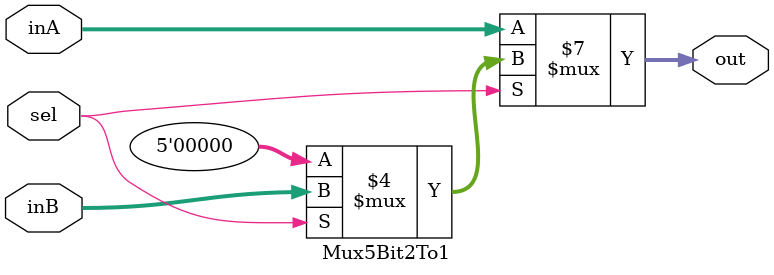
<source format=v>
`timescale 1ns / 1ps


module Mux5Bit2To1(out, inA, inB, sel);

    output reg [4:0] out;
    
    input [4:0] inA;
    input [4:0] inB;
    input sel;

    /* Fill in the implementation here ... */ 
    always@(*)
    begin
    out <= 5'b00000;
        if(sel == 0)//output is the first input
            out <= inA;
        else if(sel == 1)//output is the second input
            out <= inB;
    end
		
endmodule

</source>
